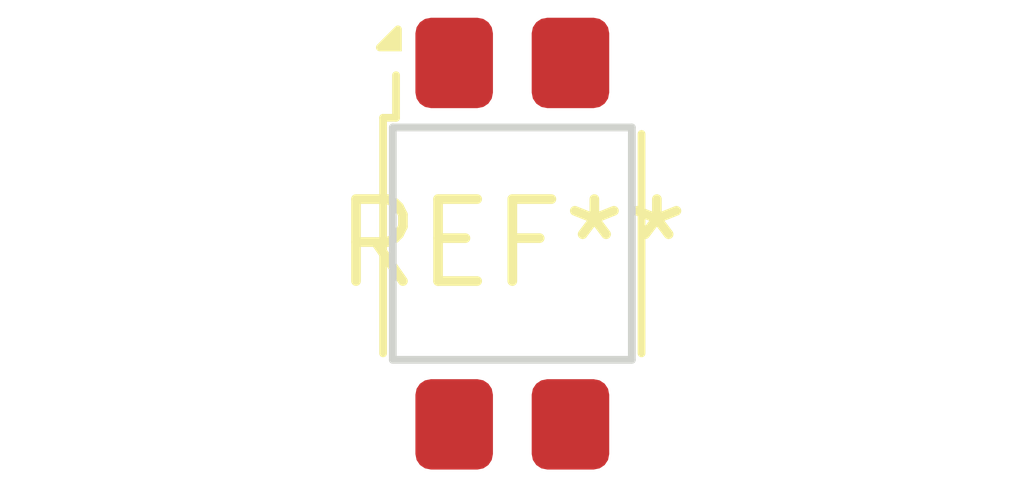
<source format=kicad_pcb>
(kicad_pcb (version 20240108) (generator pcbnew)
  (layers (0 "F.Cu" signal) (31 "B.Cu" signal) (34 "B.Paste" user) (35 "F.Paste" user) (36 "B.SilkS" user "B.Silkscreen") (37 "F.SilkS" user "F.Silkscreen") (38 "B.Mask" user) (39 "F.Mask" user) (44 "Edge.Cuts" user))
  (net 0 "")
  (footprint "Kodenshi_SG105" (layer "F.Cu") (at 0 0)
    (property "Reference" "REF**")
    (property "Value" "Kodenshi_SG105")
    (fp_line (start -2 -1.95) (end -1.8 -1.95) (layer "F.SilkS") (stroke (width 0.12)))
    (fp_line (start -2 1.7) (end -2 -1.95) (layer "F.SilkS") (stroke (width 0.12)))
    (fp_line (start -1.8 -1.95) (end -1.8 -2.61) (layer "F.SilkS") (stroke (width 0.12)))
    (fp_line (start 2 1.7) (end 2 -1.7) (layer "F.SilkS") (stroke (width 0.12)))
    (fp_poly (pts (xy -1.77 -3.04) (xy -2.05 -3.04) (xy -1.77 -3.32) (xy -1.77 -3.04)) (layer "F.SilkS") (stroke (width 0.12)) (fill solid))
    (fp_line (start -1.85 -1.8) (end 1.85 -1.8) (layer "Edge.Cuts") (stroke (width 0.12)))
    (fp_line (start -1.85 1.8) (end -1.85 -1.8) (layer "Edge.Cuts") (stroke (width 0.12)))
    (fp_line (start 1.85 -1.8) (end 1.85 1.8) (layer "Edge.Cuts") (stroke (width 0.12)))
    (fp_line (start 1.85 1.8) (end -1.85 1.8) (layer "Edge.Cuts") (stroke (width 0.12)))
    (pad "1" smd roundrect (at -0.9 -2.8) (size 1.2 1.4) (layers "F.Cu" "F.Paste" "F.Mask") (roundrect_rratio 0.2))
    (pad "2" smd roundrect (at -0.9 2.8) (size 1.2 1.4) (layers "F.Cu" "F.Paste" "F.Mask") (roundrect_rratio 0.2))
    (pad "3" smd roundrect (at 0.9 2.8) (size 1.2 1.4) (layers "F.Cu" "F.Paste" "F.Mask") (roundrect_rratio 0.2))
    (pad "4" smd roundrect (at 0.9 -2.8) (size 1.2 1.4) (layers "F.Cu" "F.Paste" "F.Mask") (roundrect_rratio 0.2))
  )
)
</source>
